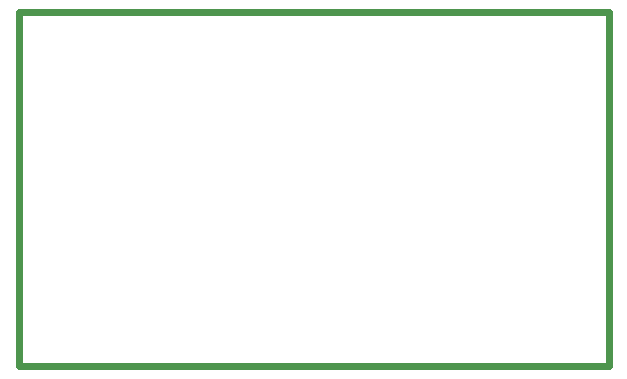
<source format=gko>
%FSLAX25Y25*%
%MOIN*%
G70*
G01*
G75*
%ADD10C,0.02400*%
%ADD11O,0.01378X0.06693*%
%ADD12R,0.21000X0.69000*%
%ADD13R,1.05500X0.24000*%
%ADD14R,0.78500X1.02000*%
%ADD15C,0.07000*%
%ADD16P,0.07577X8X22.5*%
%ADD17R,0.07000X0.07000*%
%ADD18P,0.07577X8X292.5*%
D10*
X322097Y277910D02*
X518948D01*
X331597Y159800D02*
X518948D01*
X322097Y169300D02*
Y277910D01*
X518948Y159800D02*
Y277910D01*
X322097Y159800D02*
Y169300D01*
Y159800D02*
X331597D01*
M02*

</source>
